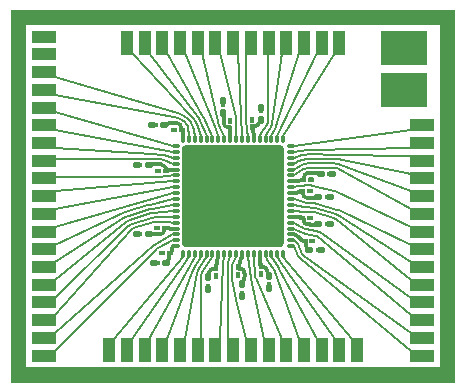
<source format=gtl>
G04*
G04 #@! TF.GenerationSoftware,Altium Limited,Altium Designer,21.6.1 (37)*
G04*
G04 Layer_Physical_Order=1*
G04 Layer_Color=255*
%FSLAX25Y25*%
%MOIN*%
G70*
G04*
G04 #@! TF.SameCoordinates,378A9775-3A77-4BA1-8480-AFC072C74D39*
G04*
G04*
G04 #@! TF.FilePolarity,Positive*
G04*
G01*
G75*
%ADD13R,0.01654X0.01890*%
G04:AMPARAMS|DCode=14|XSize=19.68mil|YSize=23.62mil|CornerRadius=1.97mil|HoleSize=0mil|Usage=FLASHONLY|Rotation=90.000|XOffset=0mil|YOffset=0mil|HoleType=Round|Shape=RoundedRectangle|*
%AMROUNDEDRECTD14*
21,1,0.01968,0.01968,0,0,90.0*
21,1,0.01575,0.02362,0,0,90.0*
1,1,0.00394,0.00984,0.00787*
1,1,0.00394,0.00984,-0.00787*
1,1,0.00394,-0.00984,-0.00787*
1,1,0.00394,-0.00984,0.00787*
%
%ADD14ROUNDEDRECTD14*%
%ADD15R,0.01890X0.01654*%
%ADD16R,0.28268X0.28268*%
%ADD17O,0.01181X0.03150*%
%ADD18O,0.03150X0.01181*%
%ADD19R,0.07874X0.03937*%
%ADD20R,0.03937X0.07874*%
G04:AMPARAMS|DCode=21|XSize=19.68mil|YSize=23.62mil|CornerRadius=1.97mil|HoleSize=0mil|Usage=FLASHONLY|Rotation=180.000|XOffset=0mil|YOffset=0mil|HoleType=Round|Shape=RoundedRectangle|*
%AMROUNDEDRECTD21*
21,1,0.01968,0.01968,0,0,180.0*
21,1,0.01575,0.02362,0,0,180.0*
1,1,0.00394,-0.00787,0.00984*
1,1,0.00394,0.00787,0.00984*
1,1,0.00394,0.00787,-0.00984*
1,1,0.00394,-0.00787,-0.00984*
%
%ADD21ROUNDEDRECTD21*%
%ADD22R,0.15748X0.11811*%
%ADD35C,0.01181*%
%ADD36C,0.00787*%
%ADD37C,0.01772*%
G36*
X148803Y803D02*
X803D01*
Y125181D01*
X148803D01*
Y803D01*
D02*
G37*
%LPC*%
G36*
X143701Y120079D02*
X5906D01*
Y5906D01*
X142520D01*
X143701Y5906D01*
Y5906D01*
X143701Y7087D01*
Y120079D01*
D02*
G37*
%LPD*%
G36*
X91558Y79747D02*
X91732Y78724D01*
Y77983D01*
X91687Y77756D01*
X91732Y77529D01*
Y76014D01*
X91687Y75787D01*
X91732Y75561D01*
Y74046D01*
X91687Y73819D01*
X91732Y73592D01*
Y72077D01*
X91687Y71850D01*
X91732Y71624D01*
Y70109D01*
X91687Y69882D01*
X91732Y69655D01*
Y68140D01*
X91687Y67913D01*
X91732Y67686D01*
Y66172D01*
X91687Y65945D01*
X91732Y65718D01*
Y64203D01*
X91687Y63976D01*
X91732Y63749D01*
Y62235D01*
X91687Y62008D01*
X91732Y61781D01*
Y60266D01*
X91687Y60039D01*
X91732Y59812D01*
Y58298D01*
X91687Y58071D01*
X91732Y57844D01*
Y56329D01*
X91687Y56102D01*
X91732Y55875D01*
Y54361D01*
X91687Y54134D01*
X91732Y53907D01*
Y52392D01*
X91687Y52165D01*
X91732Y51938D01*
Y50424D01*
X91687Y50197D01*
X91732Y49970D01*
Y48455D01*
X91687Y48228D01*
X91732Y48002D01*
Y47260D01*
X91558Y46238D01*
X90535Y46063D01*
X89794D01*
X89567Y46108D01*
X89340Y46063D01*
X87825D01*
X87598Y46108D01*
X87372Y46063D01*
X85857D01*
X85630Y46108D01*
X85403Y46063D01*
X83888D01*
X83661Y46108D01*
X83435Y46063D01*
X81920D01*
X81693Y46108D01*
X81466Y46063D01*
X79951D01*
X79724Y46108D01*
X79498Y46063D01*
X77983D01*
X77756Y46108D01*
X77529Y46063D01*
X76014D01*
X75787Y46108D01*
X75560Y46063D01*
X74046Y46063D01*
X73819Y46108D01*
X73592Y46063D01*
X72077D01*
X71850Y46108D01*
X71623Y46063D01*
X70109D01*
X69882Y46108D01*
X69655Y46063D01*
X68140D01*
X67913Y46108D01*
X67686Y46063D01*
X66172D01*
X65945Y46108D01*
X65718Y46063D01*
X64203D01*
X63976Y46108D01*
X63749Y46063D01*
X62235D01*
X62008Y46108D01*
X61781Y46063D01*
X60266D01*
X60039Y46108D01*
X59812Y46063D01*
X59071D01*
X58840Y46102D01*
X57914Y47029D01*
X57874Y47260D01*
Y48001D01*
X57919Y48228D01*
X57874Y48455D01*
Y49970D01*
X57919Y50197D01*
X57874Y50424D01*
Y51938D01*
X57919Y52165D01*
X57874Y52392D01*
Y53907D01*
X57919Y54134D01*
X57874Y54361D01*
Y55875D01*
X57919Y56102D01*
X57874Y56329D01*
Y57844D01*
X57919Y58071D01*
X57874Y58298D01*
Y59812D01*
X57919Y60039D01*
X57874Y60266D01*
Y61781D01*
X57919Y62008D01*
X57874Y62235D01*
X57874Y63749D01*
X57919Y63976D01*
X57874Y64203D01*
Y65718D01*
X57919Y65945D01*
X57874Y66172D01*
Y67686D01*
X57919Y67913D01*
X57874Y68140D01*
Y69655D01*
X57919Y69882D01*
X57874Y70109D01*
Y71623D01*
X57919Y71850D01*
X57874Y72077D01*
Y73592D01*
X57919Y73819D01*
X57874Y74046D01*
Y75560D01*
X57919Y75787D01*
X57874Y76014D01*
Y77529D01*
X57919Y77756D01*
X57874Y77983D01*
Y78724D01*
X58049Y79747D01*
X59071Y79921D01*
X59812D01*
X60039Y79876D01*
X60266Y79921D01*
X61781D01*
X62008Y79876D01*
X62235Y79921D01*
X63749D01*
X63976Y79876D01*
X64203Y79921D01*
X65718D01*
X65945Y79876D01*
X66172Y79921D01*
X67686D01*
X67913Y79876D01*
X68140Y79921D01*
X69655D01*
X69882Y79876D01*
X70109Y79921D01*
X71623D01*
X71850Y79876D01*
X72077Y79921D01*
X73592D01*
X73819Y79876D01*
X74046Y79921D01*
X75560D01*
X75787Y79876D01*
X76014Y79921D01*
X77529D01*
X77756Y79876D01*
X77983Y79921D01*
X79497D01*
X79724Y79876D01*
X79951Y79921D01*
X81466D01*
X81693Y79876D01*
X81920Y79921D01*
X83434D01*
X83661Y79876D01*
X83888Y79921D01*
X85403D01*
X85630Y79876D01*
X85857Y79921D01*
X87371D01*
X87598Y79876D01*
X87825Y79921D01*
X89340D01*
X89567Y79876D01*
X89794Y79921D01*
X90535D01*
X91558Y79747D01*
D02*
G37*
D13*
X73917Y88110D02*
D03*
Y85512D02*
D03*
X68996Y36496D02*
D03*
Y39094D02*
D03*
X81201Y88504D02*
D03*
Y85905D02*
D03*
X76476Y36595D02*
D03*
Y39193D02*
D03*
X84153Y36988D02*
D03*
Y39587D02*
D03*
D14*
X103248Y53543D02*
D03*
X107185D02*
D03*
X103937Y70276D02*
D03*
X107874D02*
D03*
X51870Y86713D02*
D03*
X47933D02*
D03*
X100098Y44882D02*
D03*
X104035D02*
D03*
X103248Y62795D02*
D03*
X107185D02*
D03*
X46752Y50197D02*
D03*
X42815D02*
D03*
X46654Y73425D02*
D03*
X42717D02*
D03*
X52461Y40748D02*
D03*
X48524D02*
D03*
D15*
X100512Y55709D02*
D03*
X97913D02*
D03*
X100709Y68504D02*
D03*
X98110D02*
D03*
X55197Y85039D02*
D03*
X57795D02*
D03*
X101201Y47933D02*
D03*
X98602D02*
D03*
X100315Y64567D02*
D03*
X97716D02*
D03*
X49587Y52461D02*
D03*
X52185D02*
D03*
X49685Y71457D02*
D03*
X52284D02*
D03*
X51260Y43898D02*
D03*
X53858D02*
D03*
D16*
X74803Y62992D02*
D03*
D17*
X58071Y82185D02*
D03*
X60039D02*
D03*
X62008D02*
D03*
X63976D02*
D03*
X65945D02*
D03*
X67913D02*
D03*
X69882D02*
D03*
X71850D02*
D03*
X73819D02*
D03*
X75787D02*
D03*
X77756D02*
D03*
X79724D02*
D03*
X81693D02*
D03*
X83661D02*
D03*
X85630D02*
D03*
X87598D02*
D03*
X89567D02*
D03*
X91535D02*
D03*
Y43799D02*
D03*
X89567D02*
D03*
X87598D02*
D03*
X85630D02*
D03*
X83661D02*
D03*
X81693D02*
D03*
X79724D02*
D03*
X77756D02*
D03*
X75787D02*
D03*
X73819D02*
D03*
X71850D02*
D03*
X69882D02*
D03*
X67913D02*
D03*
X65945D02*
D03*
X63976D02*
D03*
X62008D02*
D03*
X60039D02*
D03*
X58071D02*
D03*
D18*
X93996Y79724D02*
D03*
Y77756D02*
D03*
Y75787D02*
D03*
Y73819D02*
D03*
Y71850D02*
D03*
Y69882D02*
D03*
Y67913D02*
D03*
Y65945D02*
D03*
Y63976D02*
D03*
Y62008D02*
D03*
Y60039D02*
D03*
Y58071D02*
D03*
Y56102D02*
D03*
Y54134D02*
D03*
Y52165D02*
D03*
Y50197D02*
D03*
Y48228D02*
D03*
Y46260D02*
D03*
X55610D02*
D03*
Y48228D02*
D03*
Y50197D02*
D03*
Y52165D02*
D03*
Y54134D02*
D03*
Y56102D02*
D03*
Y58071D02*
D03*
Y60039D02*
D03*
Y62008D02*
D03*
Y63976D02*
D03*
Y65945D02*
D03*
Y67913D02*
D03*
Y69882D02*
D03*
Y71850D02*
D03*
Y73819D02*
D03*
Y75787D02*
D03*
Y77756D02*
D03*
Y79724D02*
D03*
D19*
X11811Y92520D02*
D03*
Y98425D02*
D03*
Y116142D02*
D03*
Y110236D02*
D03*
Y104331D02*
D03*
X137795Y15748D02*
D03*
Y9843D02*
D03*
Y45276D02*
D03*
Y33465D02*
D03*
Y39370D02*
D03*
Y21654D02*
D03*
Y27559D02*
D03*
Y86614D02*
D03*
Y80709D02*
D03*
Y68898D02*
D03*
Y74803D02*
D03*
Y57087D02*
D03*
Y62992D02*
D03*
Y51181D02*
D03*
X11811Y21654D02*
D03*
Y15748D02*
D03*
Y33465D02*
D03*
Y9843D02*
D03*
Y27559D02*
D03*
Y45276D02*
D03*
Y39370D02*
D03*
Y80709D02*
D03*
Y74803D02*
D03*
Y51181D02*
D03*
Y68898D02*
D03*
Y57087D02*
D03*
Y62992D02*
D03*
Y86614D02*
D03*
D20*
X62992Y114173D02*
D03*
X86614D02*
D03*
X110236D02*
D03*
X92520D02*
D03*
X98425D02*
D03*
X104331D02*
D03*
X51181D02*
D03*
X45276D02*
D03*
X57087D02*
D03*
X39370D02*
D03*
X80709D02*
D03*
X68898D02*
D03*
X74803D02*
D03*
X116142Y11811D02*
D03*
X104331D02*
D03*
X110236D02*
D03*
X33465D02*
D03*
X86614D02*
D03*
X98425D02*
D03*
X92520D02*
D03*
X68898D02*
D03*
X51181D02*
D03*
X80709D02*
D03*
X74803D02*
D03*
X57087D02*
D03*
X45276D02*
D03*
X62992D02*
D03*
X39370D02*
D03*
D21*
X84252Y88484D02*
D03*
Y92421D02*
D03*
X71457Y90650D02*
D03*
Y94587D02*
D03*
X66339Y35925D02*
D03*
Y31988D02*
D03*
X77756Y33563D02*
D03*
Y29626D02*
D03*
X86910Y36417D02*
D03*
Y32480D02*
D03*
D22*
X131890Y98425D02*
D03*
Y112205D02*
D03*
D35*
X78527Y35214D02*
G03*
X78600Y35566I-1224J436D01*
G01*
X71794Y87082D02*
G03*
X73090Y85866I1297J84D01*
G01*
X82028Y86260D02*
G03*
X83087Y86807I-0J1299D01*
G01*
X81481Y85051D02*
G03*
X81484Y85028I1176J109D01*
G01*
X99531Y70609D02*
G03*
X98465Y69331I233J-1278D01*
G01*
X100814Y70785D02*
G03*
X100317Y70752I-106J-2183D01*
G01*
X96569Y68182D02*
G03*
X96280Y68146I202J-2788D01*
G01*
X100174Y62386D02*
G03*
X100331Y62382I140J2180D01*
G01*
X98071Y63740D02*
G03*
X99289Y62444I1299J0D01*
G01*
X98268Y54882D02*
G03*
X99482Y53585I1299J0D01*
G01*
X100371Y53528D02*
G03*
X100512Y53524I140J2180D01*
G01*
X96101Y49750D02*
G03*
X95509Y50042I-1120J-1522D01*
G01*
X98957Y47106D02*
G03*
X99026Y46688I1299J0D01*
G01*
X71732Y88110D02*
G03*
X71737Y87974I2185J0D01*
G01*
X73807Y84738D02*
G03*
X73728Y85154I-1181J-9D01*
G01*
X78657Y36449D02*
G03*
X78657Y36735I-2180J146D01*
G01*
X78600Y37623D02*
G03*
X77303Y38839I-1297J-84D01*
G01*
X76736Y39612D02*
G03*
X76747Y39646I-1112J398D01*
G01*
X86249Y38214D02*
G03*
X84980Y39232I-1268J-281D01*
G01*
X77585Y42232D02*
G03*
X77602Y42286I-1798J582D01*
G01*
X51629Y73115D02*
G03*
X50713Y73580I-999J-831D01*
G01*
X49826Y73637D02*
G03*
X49685Y73642I-140J-2180D01*
G01*
X49587Y50276D02*
G03*
X49723Y50280I0J2185D01*
G01*
X50615Y50337D02*
G03*
X51831Y51634I-84J1297D01*
G01*
X68169Y38740D02*
G03*
X66882Y37616I0J-1299D01*
G01*
X69539Y41210D02*
G03*
X69508Y41050I3965J-848D01*
G01*
X53463Y42748D02*
G03*
X53504Y43071I-1259J323D01*
G01*
X54252Y87244D02*
G03*
X54143Y87240I0J-1378D01*
G01*
X57520Y85866D02*
G03*
X56142Y87244I-1378J0D01*
G01*
X76713Y38839D02*
X77303Y38839D01*
X76476Y39193D02*
X76713Y38839D01*
X81693Y82185D02*
Y83169D01*
X81437Y86260D02*
X82028Y86260D01*
X83087Y86807D02*
X83858Y87894D01*
X84252Y88484D01*
X81201Y85905D02*
X81437Y86260D01*
X81484Y85028D02*
X81693Y83169D01*
X81201Y85905D02*
X81437Y85551D01*
X81481Y85051D01*
X100814Y70785D02*
X103347Y70669D01*
X99531Y70609D02*
X100317Y70752D01*
X98465Y68740D02*
X98465Y69331D01*
X94980Y67913D02*
X96280Y68146D01*
X93996Y67913D02*
X94980D01*
X96569Y68182D02*
X97756Y68268D01*
X98110Y68504D01*
X98465Y68740D01*
X103347Y70669D02*
X103937Y70276D01*
X100331Y62382D02*
X102657Y62402D01*
X103248Y62795D01*
X98071Y64331D02*
X98071Y63740D01*
X99289Y62444D02*
X100174Y62386D01*
X97716Y64567D02*
X98071Y64331D01*
X97362D02*
X97716Y64567D01*
X93996Y63976D02*
X94980D01*
X97362Y64331D01*
X99482Y53585D02*
X100371Y53528D01*
X97913Y55709D02*
X98268Y55472D01*
X97559Y55945D02*
X97913Y55709D01*
X94980Y56102D02*
X97559Y55945D01*
X93996Y56102D02*
X94980D01*
X100512Y53524D02*
X102657D01*
X103248Y53543D01*
X98268Y55472D02*
X98268Y54882D01*
X98957Y47697D02*
X98957Y47106D01*
X99508Y45276D02*
X100098Y44882D01*
X98602Y47933D02*
X98957Y47697D01*
X99026Y46688D02*
X99508Y45276D01*
X96101Y49750D02*
X98248Y48169D01*
X94980Y50197D02*
X95509Y50042D01*
X98248Y48169D02*
X98602Y47933D01*
X93996Y50197D02*
X94980D01*
X73726Y85158D02*
X73728Y85154D01*
X73819Y82185D02*
Y83169D01*
X73807Y84738D02*
X73819Y83169D01*
X73681Y85866D02*
X73726Y85158D01*
X71732Y88110D02*
Y90059D01*
X73090Y85866D02*
X73681Y85866D01*
X71457Y90650D02*
X71732Y90059D01*
X71737Y87974D02*
X71794Y87082D01*
X76747Y39646D02*
X77585Y42232D01*
X78600Y37623D02*
X78657Y36735D01*
X77602Y42286D02*
X77756Y42815D01*
Y33563D02*
X78150Y34154D01*
X78527Y35214D01*
X76713Y39547D02*
X76736Y39612D01*
X83884Y40309D02*
X83917Y39941D01*
X84390Y39232D02*
X84980Y39232D01*
X86516Y37008D02*
X86910Y36417D01*
X83661Y42815D02*
X83884Y40309D01*
X86249Y38214D02*
X86516Y37008D01*
X84153Y39587D02*
X84390Y39232D01*
X83661Y42815D02*
Y43799D01*
X83917Y39941D02*
X84153Y39587D01*
X78600Y35566D02*
X78657Y36449D01*
X77756Y42815D02*
Y43799D01*
X52638Y71693D02*
X54626Y71850D01*
X51629Y73115D02*
X52328Y72274D01*
X46654Y73425D02*
X47244Y73642D01*
X49685D01*
X54626Y71850D02*
X55610D01*
X49826Y73637D02*
X50713Y73580D01*
X46752Y50197D02*
X47343Y50276D01*
X52539Y52224D02*
X54626Y52165D01*
X51831Y52224D02*
X52185Y52461D01*
X47343Y50276D02*
X49587D01*
X49723Y50280D02*
X50615Y50337D01*
X51831Y51634D02*
X51831Y52224D01*
X52185Y52461D02*
X52539Y52224D01*
X54626Y52165D02*
X55610D01*
X68760Y38740D02*
X68996Y39094D01*
X66732Y36516D02*
X66882Y37616D01*
X68169Y38740D02*
X68760Y38740D01*
X68922Y39181D02*
X69232Y39449D01*
X69508Y41050D01*
X66339Y35925D02*
X66732Y36516D01*
X69539Y41210D02*
X69882Y42815D01*
Y43799D01*
X53051Y41142D02*
X53463Y42748D01*
X53504Y43661D02*
X53858Y43898D01*
X53504Y43071D02*
X53504Y43661D01*
X52461Y40748D02*
X53051Y41142D01*
X54213Y44134D02*
X54626Y46260D01*
X53858Y43898D02*
X54213Y44134D01*
X54626Y46260D02*
X55610D01*
X51870Y86713D02*
X52461Y87106D01*
X54143Y87240D01*
X54252Y87244D02*
X56142D01*
X57520Y85358D02*
Y85866D01*
X57795Y85039D02*
X58071Y84803D01*
Y82185D02*
Y84803D01*
D36*
X39687Y57945D02*
G03*
X38794Y57604I2143J-6961D01*
G01*
X40128Y56515D02*
G03*
X38716Y55862I1703J-5531D01*
G01*
X40568Y55086D02*
G03*
X39128Y54317I1263J-4101D01*
G01*
X48479Y55881D02*
G03*
X47872Y55769I163J-2593D01*
G01*
X49479Y55943D02*
G03*
X49362Y55938I108J-3483D01*
G01*
X101510Y66467D02*
G03*
X101331Y66494I-250J-1074D01*
G01*
X108722Y64758D02*
G03*
X108464Y64848I-553J-1176D01*
G01*
X100449Y66551D02*
G03*
X100282Y66555I-134J-1984D01*
G01*
X96753Y66496D02*
G03*
X96414Y66436I18J-1102D01*
G01*
X109997Y58213D02*
G03*
X109394Y58443I-1828J-3883D01*
G01*
X100832Y60679D02*
G03*
X100512Y60689I-320J-4970D01*
G01*
X102625Y60460D02*
G03*
X101720Y60621I-1169J-3924D01*
G01*
X98455Y60891D02*
G03*
X99180Y60754I915J2849D01*
G01*
X100066Y60697D02*
G03*
X100315Y60689I249J3870D01*
G01*
X99973Y59204D02*
G03*
X100315Y59193I342J5363D01*
G01*
X109677Y56685D02*
G03*
X108967Y57010I-1508J-2354D01*
G01*
X98492Y59339D02*
G03*
X99081Y59261I878J4401D01*
G01*
X100736Y59186D02*
G03*
X100512Y59193I-224J-3477D01*
G01*
X98919Y57773D02*
G03*
X98973Y57769I451J5967D01*
G01*
X108983Y55344D02*
G03*
X108540Y55576I-814J-1013D01*
G01*
X101771Y57592D02*
G03*
X101528Y57635I-315J-1056D01*
G01*
X97647Y52551D02*
G03*
X97572Y52596I-2667J-4322D01*
G01*
X103651Y50878D02*
G03*
X102584Y51321I-1505J-2118D01*
G01*
X98000Y52333D02*
G03*
X99079Y51930I1567J2549D01*
G01*
X102855Y49604D02*
G03*
X102330Y49847I-709J-844D01*
G01*
X97210Y51062D02*
G03*
X98823Y50456I2357J3820D01*
G01*
X96869Y51273D02*
G03*
X96466Y51489I-1889J-3044D01*
G01*
X96545Y46907D02*
G03*
X95844Y47716I-1564J-647D01*
G01*
X97914Y43598D02*
G03*
X98357Y43038I1201J497D01*
G01*
X84251Y84151D02*
G03*
X84174Y84033I1379J-982D01*
G01*
X86098Y86747D02*
G03*
X86339Y87500I-1058J753D01*
G01*
X87427Y86047D02*
G03*
X87810Y87130I-2388J1453D01*
G01*
X86943Y85252D02*
G03*
X86971Y85297I-1250J822D01*
G01*
X86184Y84100D02*
G03*
X86142Y84033I1414J-931D01*
G01*
X88829Y85487D02*
G03*
X89131Y86207I-3790J2013D01*
G01*
X100512Y78463D02*
G03*
X99335Y78368I196J-9860D01*
G01*
X79213Y88504D02*
G03*
X79213Y88471I1988J0D01*
G01*
X79272Y84942D02*
G03*
X79311Y84670I1102J18D01*
G01*
X75845Y84520D02*
G03*
X75846Y84548I-1101J47D01*
G01*
X75844Y89126D02*
G03*
X75812Y89328I-1100J-71D01*
G01*
X75905Y88077D02*
G03*
X75901Y88238I-1988J33D01*
G01*
X69404Y89372D02*
G03*
X69414Y89330I1266J293D01*
G01*
X65121Y88949D02*
G03*
X64894Y89381I-6381J-3083D01*
G01*
X63891Y88039D02*
G03*
X63182Y89261I-5151J-2172D01*
G01*
X62618Y87179D02*
G03*
X61842Y88539I-3878J-1313D01*
G01*
X68935Y85469D02*
G03*
X68940Y85457I4155J1697D01*
G01*
X70200Y86392D02*
G03*
X70459Y85742I2891J773D01*
G01*
X60735Y89824D02*
G03*
X60534Y90046I-4593J-3958D01*
G01*
X59605Y88843D02*
G03*
X57443Y90244I-3463J-2977D01*
G01*
X59840Y85945D02*
G03*
X59575Y86586I-1100J-78D01*
G01*
X61278Y86423D02*
G03*
X60709Y87562I-2538J-557D01*
G01*
X58468Y87871D02*
G03*
X56723Y88882I-2326J-2004D01*
G01*
X82228Y35958D02*
G03*
X82313Y35611I1099J86D01*
G01*
X80755Y35675D02*
G03*
X80784Y35506I2572J369D01*
G01*
X86142Y41951D02*
G03*
X86205Y41854I1456J864D01*
G01*
X90157Y38728D02*
G03*
X90053Y38906I-2461J-1326D01*
G01*
X88111Y41951D02*
G03*
X88140Y41904I1456J864D01*
G01*
X96592Y42889D02*
G03*
X97333Y41940I2522J1206D01*
G01*
X74489Y36628D02*
G03*
X74492Y36467I1988J-33D01*
G01*
X74674Y40650D02*
G03*
X74547Y40156I976J-513D01*
G01*
X75686Y28437D02*
G03*
X75712Y28310I1283J205D01*
G01*
X51815Y75031D02*
G03*
X50860Y75267I-1185J-2748D01*
G01*
X49690Y69468D02*
G03*
X49718Y69469I-5J1988D01*
G01*
X53247Y69528D02*
G03*
X53530Y69570I-18J1102D01*
G01*
X47738Y75508D02*
G03*
X47638Y75512I-100J-1295D01*
G01*
X51895Y76590D02*
G03*
X50975Y76758I-1265J-4306D01*
G01*
X47853Y77000D02*
G03*
X47821Y77002I-215J-2787D01*
G01*
X49021Y46978D02*
G03*
X48595Y46672I1294J-2253D01*
G01*
X53329Y54372D02*
G03*
X53148Y54390I-199J-1084D01*
G01*
X49620Y54448D02*
G03*
X49459Y54445I-33J-1988D01*
G01*
X48571Y54387D02*
G03*
X48317Y54341I71J-1100D01*
G01*
X74550Y35579D02*
G03*
X74561Y35476I1100J71D01*
G01*
X72993Y36653D02*
G03*
X72992Y36556I3484J-58D01*
G01*
X71585Y40632D02*
G03*
X71559Y40316I4065J-494D01*
G01*
X73191Y40979D02*
G03*
X73052Y40181I2459J-841D01*
G01*
X61822Y39033D02*
G03*
X61541Y38436I3729J-2124D01*
G01*
X64476Y37639D02*
G03*
X64252Y36909I1075J-729D01*
G01*
X67345Y41864D02*
G03*
X67401Y41951I-1400J951D01*
G01*
X63189Y38404D02*
G03*
X62804Y37425I2362J-1495D01*
G01*
X102198Y59026D02*
G03*
X101624Y59128I-742J-2490D01*
G01*
X100640Y57693D02*
G03*
X100512Y57697I-128J-1984D01*
G01*
X99880Y57711D02*
G03*
X100313Y57697I435J6856D01*
G01*
X98424Y76690D02*
G03*
X97814Y76552I1340J-7359D01*
G01*
X109681Y75275D02*
G03*
X108921Y75354I-823J-4212D01*
G01*
X98692Y75218D02*
G03*
X98056Y75066I1072J-5887D01*
G01*
X95844Y70394D02*
G03*
X95885Y70419I-864J1456D01*
G01*
X95844Y72363D02*
G03*
X95996Y72465I-864J1456D01*
G01*
X96514Y74607D02*
G03*
X96233Y74491I427J-1434D01*
G01*
X109836Y73682D02*
G03*
X108899Y73858I-978J-2619D01*
G01*
X109482Y72203D02*
G03*
X108877Y72362I-623J-1140D01*
G01*
X100765Y72480D02*
G03*
X100015Y72418I-56J-3878D01*
G01*
X99230Y72275D02*
G03*
X98165Y71860I534J-2944D01*
G01*
X100787Y73976D02*
G03*
X99746Y73889I-78J-5373D01*
G01*
X100836Y76968D02*
G03*
X99210Y76833I-127J-8365D01*
G01*
X98960Y73746D02*
G03*
X98483Y73632I804J-4416D01*
G01*
X100808Y75472D02*
G03*
X99478Y75361I-100J-6869D01*
G01*
X108966Y76849D02*
G03*
X108942Y76850I-108J-5786D01*
G01*
X59459Y41845D02*
G03*
X59527Y41951I-1388J970D01*
G01*
X65407Y41910D02*
G03*
X65432Y41951I-1431J905D01*
G01*
X88922Y37834D02*
G03*
X88757Y38152I-1225J-432D01*
G01*
X90079Y41951D02*
G03*
X90148Y41845I1456J864D01*
G01*
X46991Y60179D02*
G03*
X46556Y60060I1651J-6892D01*
G01*
X41008Y53656D02*
G03*
X39882Y52988I823J-2671D01*
G01*
X41448Y52226D02*
G03*
X40861Y51849I382J-1242D01*
G01*
X48190Y57357D02*
G03*
X47437Y57201I452J-4070D01*
G01*
X49814Y45706D02*
G03*
X49537Y45505I501J-982D01*
G01*
X47656Y58790D02*
G03*
X46989Y58628I986J-5503D01*
G01*
X79311Y84670D02*
X79724Y83169D01*
X79213Y88504D02*
Y110630D01*
X15354Y69468D02*
X49690D01*
X15354Y46850D02*
X38794Y57604D01*
X40128Y56515D02*
X46989Y58628D01*
X15354Y35039D02*
X39128Y54317D01*
X41008Y53656D02*
X47872Y55769D01*
X15354Y29134D02*
X39882Y52988D01*
X108722Y64758D02*
X134252Y52756D01*
X96753Y66496D02*
X100282Y66555D01*
X94980Y65945D02*
X96414Y66436D01*
X101510Y66467D02*
X108464Y64848D01*
X93996Y65945D02*
X94980D01*
X102625Y60460D02*
X109394Y58443D01*
X99180Y60754D02*
X100066Y60697D01*
X100315Y60689D02*
X100512D01*
X109997Y58213D02*
X134252Y46850D01*
X93996Y62008D02*
X94980D01*
X100832Y60679D02*
X101720Y60621D01*
X99081Y59261D02*
X99973Y59204D01*
X94980Y60039D02*
X98492Y59339D01*
X100315Y59193D02*
X100512D01*
X102198Y59026D02*
X108967Y57010D01*
X109677Y56685D02*
X134252Y40945D01*
X93996Y60039D02*
X94980D01*
X100640Y57693D02*
X101528Y57635D01*
X108983Y55344D02*
X134252Y35039D01*
X100313Y57697D02*
X100512D01*
X94980Y58071D02*
X98919Y57773D01*
X134252Y35039D02*
X137795Y33465D01*
X98973Y57769D02*
X99880Y57711D01*
X99079Y51930D02*
X102584Y51321D01*
X97647Y52551D02*
X98000Y52333D01*
X93996Y54134D02*
X94980D01*
X97572Y52596D01*
X103651Y50878D02*
X134252Y29134D01*
X102855Y49604D02*
X134252Y23228D01*
X98823Y50456D02*
X102330Y49847D01*
X94980Y52165D02*
X96466Y51489D01*
X93996Y52165D02*
X94980D01*
X134252Y17323D02*
X137795Y15748D01*
X94980Y48228D02*
X95844Y47716D01*
X93996Y48228D02*
X94980D01*
X96869Y51273D02*
X97210Y51062D01*
X93996Y58071D02*
X94980D01*
X86339Y87500D02*
Y93405D01*
X86339Y110630D02*
X86614Y114173D01*
X86339Y93405D02*
Y110630D01*
X84251Y84151D02*
X86098Y86747D01*
X83661Y82185D02*
Y83169D01*
X84174Y84033D01*
X87598Y82185D02*
Y83169D01*
X90945Y110630D02*
X92520Y114173D01*
X85630Y83169D02*
X86142Y84033D01*
X96850Y110630D02*
X98425Y114173D01*
X87810Y87130D02*
X90945Y110630D01*
X87598Y83169D02*
X88829Y85487D01*
X91535Y83169D02*
X108661Y110630D01*
X89131Y86207D02*
X96850Y110630D01*
X91535Y82185D02*
Y83169D01*
X86184Y84100D02*
X86943Y85252D01*
X102756Y110630D02*
X104331Y114173D01*
X85630Y82185D02*
Y83169D01*
X86971Y85297D02*
X87427Y86047D01*
X108661Y110630D02*
X110236Y114173D01*
X134252Y85039D02*
X137795Y86614D01*
X100512Y78463D02*
X134252Y79134D01*
X137795Y80709D01*
X93996Y77756D02*
X94980D01*
X89567Y83169D02*
X102756Y110630D01*
X89567Y82185D02*
Y83169D01*
X79213Y88471D02*
X79272Y84942D01*
X68898Y114173D02*
X70472Y110630D01*
X77756Y82185D02*
Y83169D01*
X70472Y110630D02*
X75812Y89328D01*
X75787Y83169D02*
X75845Y84520D01*
X75846Y84548D02*
X75905Y88077D01*
X79213Y110630D02*
X80709Y114173D01*
X74803D02*
X76378Y110630D01*
X75787Y82185D02*
Y83169D01*
X79724Y82185D02*
Y83169D01*
X75844Y89126D02*
X75901Y88238D01*
X70459Y85742D02*
X71850Y83169D01*
X69882Y82185D02*
Y83169D01*
X65121Y88949D02*
X67913Y83169D01*
X71850Y82185D02*
Y83169D01*
X63891Y88039D02*
X65945Y83169D01*
X57087Y114173D02*
X58661Y110630D01*
X68940Y85457D02*
X69882Y83169D01*
X65945Y82185D02*
Y83169D01*
X69414Y89330D02*
X70200Y86392D01*
X58661Y110630D02*
X68935Y85469D01*
X52756Y110630D02*
X64894Y89381D01*
X62992Y114173D02*
X64567Y110630D01*
X67913Y82185D02*
Y83169D01*
X46850Y110630D02*
X63182Y89261D01*
X63976Y82185D02*
Y83169D01*
X60039Y82185D02*
Y83169D01*
X15354Y96850D02*
X56723Y88882D01*
X58468Y87871D02*
X59575Y86586D01*
X61278Y86423D02*
X62008Y83169D01*
X40945Y110630D02*
X60534Y90046D01*
X62008Y82185D02*
Y83169D01*
X15354Y102756D02*
X57443Y90244D01*
X60735Y89824D02*
X61842Y88539D01*
X59605Y88843D02*
X60709Y87562D01*
X64567Y110630D02*
X69404Y89372D01*
X76378Y110630D02*
X77756Y83169D01*
X82313Y35611D02*
X90945Y15354D01*
X92520Y11811D01*
X80784Y35506D02*
X85039Y15354D01*
X86614Y11811D01*
X79724Y42815D02*
X80755Y35675D01*
X81693Y42815D02*
X82228Y35958D01*
X79724Y42815D02*
Y43799D01*
X81693Y42815D02*
Y43799D01*
X87598Y42815D02*
X88111Y41951D01*
X90157Y38728D02*
X102756Y15354D01*
X87598Y42815D02*
Y43444D01*
X94980Y46260D02*
X96592Y42889D01*
X134252Y11417D02*
X137795Y9843D01*
X88922Y37834D02*
X96850Y15354D01*
X89567Y42815D02*
Y43519D01*
X88140Y41904D02*
X90053Y38906D01*
X91535Y42815D02*
X114567Y15354D01*
X89567Y42815D02*
X90079Y41951D01*
X93996Y46260D02*
X94980D01*
X86205Y41854D02*
X88757Y38152D01*
X74674Y40650D02*
X75787Y42815D01*
X75712Y28310D02*
X79134Y15354D01*
X74489Y36628D02*
X74547Y40156D01*
X134252Y23228D02*
X137795Y21654D01*
X15354Y75512D02*
X47638D01*
X47738Y75508D02*
X50860Y75267D01*
X51895Y76590D02*
X54626Y75787D01*
X15354Y79134D02*
X47821Y77002D01*
X54626Y73819D02*
X55610D01*
X47853Y77000D02*
X50975Y76758D01*
X11811Y80709D02*
X15354Y79134D01*
X54626Y77756D02*
X55610D01*
X11811Y62992D02*
X15354Y64567D01*
X54626Y67913D01*
X49718Y69469D02*
X53247Y69528D01*
X11811Y68898D02*
X15354Y69468D01*
X54626Y67913D02*
X55610D01*
X54626Y69882D02*
X55610D01*
X53530Y69570D02*
X54626Y69882D01*
X11811Y74803D02*
X15354Y75512D01*
X54626Y75787D02*
X55610D01*
X51815Y75031D02*
X54626Y73819D01*
X15354Y85039D02*
X54626Y77756D01*
X15354Y90945D02*
X54626Y79724D01*
X11811Y92520D02*
X15354Y90945D01*
X11811Y86614D02*
X15354Y85039D01*
X54626Y79724D02*
X55610D01*
X15354Y17323D02*
X48595Y46672D01*
X53329Y54372D02*
X54626Y54134D01*
X49620Y54448D02*
X53148Y54390D01*
X54626Y54134D02*
X55610D01*
X48571Y54387D02*
X49459Y54445D01*
X72992Y36556D02*
X73228Y15354D01*
X74561Y35476D02*
X75686Y28437D01*
X74492Y36467D02*
X74550Y35579D01*
X79134Y15354D02*
X80709Y11811D01*
X70472Y15354D02*
X71559Y40316D01*
X71585Y40632D02*
X71850Y42815D01*
X73228Y15354D02*
X74803Y11811D01*
X73191Y40979D02*
X73819Y42815D01*
X72993Y36653D02*
X73052Y40181D01*
X68898Y11811D02*
X70472Y15354D01*
X73819Y42815D02*
Y43799D01*
X75787Y42815D02*
Y43799D01*
X64476Y37639D02*
X67345Y41864D01*
X71850Y42815D02*
Y43799D01*
X62008Y42815D02*
Y43799D01*
X61822Y39033D02*
X63976Y42815D01*
X57087Y11811D02*
X58661Y15354D01*
X45276Y11811D02*
X46850Y15354D01*
X65945Y42815D02*
Y43799D01*
X64252Y15354D02*
Y36909D01*
X67913Y42815D02*
Y43799D01*
X67401Y41951D02*
X67913Y42815D01*
X62992Y11811D02*
X64252Y15354D01*
X100449Y66551D02*
X101331Y66494D01*
X134252Y52756D02*
X137795Y51181D01*
X94980Y62008D02*
X98455Y60891D01*
X134252Y46850D02*
X137795Y45276D01*
X100736Y59186D02*
X101624Y59128D01*
X134252Y40945D02*
X137795Y39370D01*
X101771Y57592D02*
X108540Y55576D01*
X98357Y43038D02*
X134252Y17323D01*
X96545Y46907D02*
X97914Y43598D01*
X90148Y41845D02*
X108661Y15354D01*
X98960Y73746D02*
X99746Y73889D01*
X95996Y72465D02*
X96941Y73173D01*
X94980Y69882D02*
X95844Y70394D01*
X94980Y71850D02*
X95844Y72363D01*
X109482Y72203D02*
X134252Y58661D01*
X93996Y69882D02*
X94980D01*
X95885Y70419D02*
X98165Y71860D01*
X100808Y75472D02*
X108921Y75354D01*
X93996Y75787D02*
X94980D01*
X109836Y73682D02*
X134252Y64567D01*
X94980Y75787D02*
X97814Y76552D01*
X96514Y74607D02*
X98056Y75066D01*
X99230Y72275D02*
X100015Y72418D01*
X108966Y76849D02*
X134252Y76378D01*
X94980Y73819D02*
X96233Y74491D01*
X134252Y29134D02*
X137795Y27559D01*
X98692Y75218D02*
X99478Y75361D01*
X100787Y73976D02*
X108899Y73858D01*
X100765Y72480D02*
X108877Y72362D01*
X134252Y58661D02*
X137795Y57087D01*
X96941Y73173D02*
X98483Y73632D01*
X93996Y71850D02*
X94980D01*
X98424Y76690D02*
X99210Y76833D01*
X134252Y64567D02*
X137795Y62992D01*
X109681Y75275D02*
X134252Y70472D01*
X93996Y73819D02*
X94980D01*
X134252Y70472D02*
X137795Y68898D01*
X100836Y76968D02*
X108942Y76850D01*
X134252Y76378D02*
X137795Y74803D01*
X94980Y79724D02*
X134252Y85039D01*
X94980Y77756D02*
X99335Y78368D01*
X93996Y79724D02*
X94980D01*
X97333Y41940D02*
X134252Y11417D01*
X39370Y11811D02*
X40945Y15354D01*
X59459Y41845D01*
X33465Y11811D02*
X35039Y15354D01*
X65432Y41951D02*
X65945Y42815D01*
X58071D02*
Y43799D01*
X60039Y42815D02*
Y43799D01*
X63189Y38404D02*
X65407Y41910D01*
X58661Y15354D02*
X62804Y37425D01*
X63976Y42815D02*
Y43799D01*
X52756Y15354D02*
X61541Y38436D01*
X59527Y41951D02*
X60039Y42815D01*
X46850Y15354D02*
X62008Y42815D01*
X35039Y15354D02*
X58071Y42815D01*
X96850Y15354D02*
X98425Y11811D01*
X114567Y15354D02*
X116142Y11811D01*
X85630Y42815D02*
X86142Y41951D01*
X85630Y42815D02*
Y43799D01*
X102756Y15354D02*
X104331Y11811D01*
X108661Y15354D02*
X110236Y11811D01*
X51181D02*
X52756Y15354D01*
X49479Y55943D02*
X54626Y56102D01*
X41448Y52226D02*
X48317Y54341D01*
X62618Y87179D02*
X63976Y83169D01*
X15354Y52756D02*
X54626Y63976D01*
Y60039D02*
X55610D01*
X39687Y57945D02*
X46556Y60060D01*
X54626Y48228D02*
X55610D01*
X15354Y58661D02*
X54626Y65945D01*
X51181Y114173D02*
X52756Y110630D01*
X46991Y60179D02*
X54626Y62008D01*
X55610D01*
X48479Y55881D02*
X49362Y55938D01*
X54626Y56102D02*
X55610D01*
X49021Y46978D02*
X54626Y50197D01*
X55610D01*
X15354Y23228D02*
X40861Y51849D01*
X11811Y57087D02*
X15354Y58661D01*
X59840Y85945D02*
X60039Y83169D01*
X40568Y55086D02*
X47437Y57201D01*
X54626Y58071D02*
X55610D01*
X49814Y45706D02*
X54626Y48228D01*
X15354Y11417D02*
X49537Y45505D01*
X11811Y9843D02*
X15354Y11417D01*
X48190Y57357D02*
X54626Y58071D01*
X11811Y33465D02*
X15354Y35039D01*
X11811Y45276D02*
X15354Y46850D01*
X45276Y114173D02*
X46850Y110630D01*
X11811Y98425D02*
X15354Y96850D01*
X11811Y21654D02*
X15354Y23228D01*
X54626Y65945D02*
X55610D01*
X11811Y15748D02*
X15354Y17323D01*
X47656Y58790D02*
X54626Y60039D01*
X15354Y40945D02*
X38716Y55862D01*
X11811Y39370D02*
X15354Y40945D01*
X11811Y51181D02*
X15354Y52756D01*
X54626Y63976D02*
X55610D01*
X39370Y114173D02*
X40945Y110630D01*
X11811Y104331D02*
X15354Y102756D01*
X11811Y27559D02*
X15354Y29134D01*
D37*
X125984Y94488D02*
D03*
X137795D02*
D03*
Y102362D02*
D03*
X125984D02*
D03*
X131890Y112205D02*
D03*
X137795Y108268D02*
D03*
X125984D02*
D03*
Y116142D02*
D03*
X137795D02*
D03*
X13780Y110236D02*
D03*
X9843D02*
D03*
Y116142D02*
D03*
X13780D02*
D03*
X11811Y122047D02*
D03*
X19685D02*
D03*
X27559D02*
D03*
X35433D02*
D03*
X43307D02*
D03*
X11811Y3937D02*
D03*
X19685D02*
D03*
X27559D02*
D03*
X35433D02*
D03*
X51181Y122047D02*
D03*
X59055D02*
D03*
X66929D02*
D03*
X74803D02*
D03*
X82677D02*
D03*
X122047D02*
D03*
X114173D02*
D03*
X106299D02*
D03*
X98425D02*
D03*
X90551D02*
D03*
X137795D02*
D03*
X129921D02*
D03*
X145669Y114173D02*
D03*
Y106299D02*
D03*
Y98425D02*
D03*
Y90551D02*
D03*
Y82677D02*
D03*
Y74803D02*
D03*
Y27559D02*
D03*
Y35433D02*
D03*
Y43307D02*
D03*
Y51181D02*
D03*
Y59055D02*
D03*
Y66929D02*
D03*
X122047Y3937D02*
D03*
X129921D02*
D03*
X137795D02*
D03*
X145669Y11811D02*
D03*
Y19685D02*
D03*
X82677Y3937D02*
D03*
X90551D02*
D03*
X98425D02*
D03*
X106299D02*
D03*
X114173D02*
D03*
X74803D02*
D03*
X66929D02*
D03*
X59055D02*
D03*
X51181D02*
D03*
X43307D02*
D03*
X3937Y43307D02*
D03*
Y35433D02*
D03*
Y27559D02*
D03*
Y19685D02*
D03*
Y11811D02*
D03*
Y74803D02*
D03*
Y66929D02*
D03*
Y59055D02*
D03*
Y51181D02*
D03*
Y82677D02*
D03*
Y90551D02*
D03*
Y98425D02*
D03*
Y106299D02*
D03*
Y114173D02*
D03*
X82677Y55118D02*
D03*
Y62992D02*
D03*
Y70866D02*
D03*
X74803D02*
D03*
X66929D02*
D03*
Y62992D02*
D03*
Y55118D02*
D03*
X74803D02*
D03*
X66929Y47244D02*
D03*
X74803D02*
D03*
X82677D02*
D03*
X90551D02*
D03*
Y55118D02*
D03*
Y62992D02*
D03*
Y70866D02*
D03*
Y78740D02*
D03*
X82677D02*
D03*
X74803D02*
D03*
X66929D02*
D03*
X59055D02*
D03*
Y70866D02*
D03*
Y62992D02*
D03*
Y55118D02*
D03*
Y47244D02*
D03*
X100315Y64567D02*
D03*
X103248Y62795D02*
D03*
Y53543D02*
D03*
X106102Y53536D02*
D03*
X101201Y47933D02*
D03*
X100512Y55709D02*
D03*
X84252Y88484D02*
D03*
X46752Y50197D02*
D03*
X52461Y40748D02*
D03*
X100098Y44882D02*
D03*
X106791Y70276D02*
D03*
X46654Y73425D02*
D03*
X84252Y91338D02*
D03*
X81201Y88504D02*
D03*
X73917Y88110D02*
D03*
X71457Y93504D02*
D03*
Y90650D02*
D03*
X49016Y86713D02*
D03*
X51870D02*
D03*
X55197Y85039D02*
D03*
X49685Y71457D02*
D03*
X43799Y73425D02*
D03*
X43898Y50197D02*
D03*
X49587Y52461D02*
D03*
X51260Y43898D02*
D03*
X49606Y40748D02*
D03*
X68996Y36496D02*
D03*
X66339Y33071D02*
D03*
Y35925D02*
D03*
X76476Y36595D02*
D03*
X77756Y30709D02*
D03*
Y33563D02*
D03*
X86910Y36417D02*
D03*
Y33563D02*
D03*
X84153Y36988D02*
D03*
X102953Y44882D02*
D03*
X106102Y62795D02*
D03*
X100709Y68602D02*
D03*
X103937Y70276D02*
D03*
X145669Y3937D02*
D03*
Y122047D02*
D03*
X3937D02*
D03*
Y3937D02*
D03*
X74803Y62992D02*
D03*
X131890Y98425D02*
D03*
M02*

</source>
